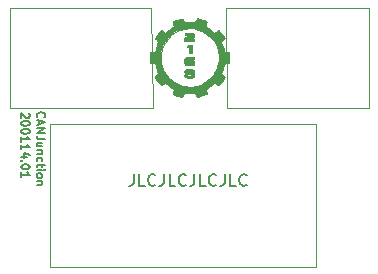
<source format=gbr>
G04 #@! TF.GenerationSoftware,KiCad,Pcbnew,(5.1.12)-1*
G04 #@! TF.CreationDate,2021-12-03T11:34:15-05:00*
G04 #@! TF.ProjectId,CANJunction,43414e4a-756e-4637-9469-6f6e2e6b6963,rev?*
G04 #@! TF.SameCoordinates,Original*
G04 #@! TF.FileFunction,Legend,Top*
G04 #@! TF.FilePolarity,Positive*
%FSLAX46Y46*%
G04 Gerber Fmt 4.6, Leading zero omitted, Abs format (unit mm)*
G04 Created by KiCad (PCBNEW (5.1.12)-1) date 2021-12-03 11:34:15*
%MOMM*%
%LPD*%
G01*
G04 APERTURE LIST*
%ADD10C,0.150000*%
%ADD11C,0.120000*%
%ADD12C,0.010000*%
G04 APERTURE END LIST*
D10*
X138780952Y-63852380D02*
X138780952Y-64566666D01*
X138733333Y-64709523D01*
X138638095Y-64804761D01*
X138495238Y-64852380D01*
X138400000Y-64852380D01*
X139733333Y-64852380D02*
X139257142Y-64852380D01*
X139257142Y-63852380D01*
X140638095Y-64757142D02*
X140590476Y-64804761D01*
X140447619Y-64852380D01*
X140352380Y-64852380D01*
X140209523Y-64804761D01*
X140114285Y-64709523D01*
X140066666Y-64614285D01*
X140019047Y-64423809D01*
X140019047Y-64280952D01*
X140066666Y-64090476D01*
X140114285Y-63995238D01*
X140209523Y-63900000D01*
X140352380Y-63852380D01*
X140447619Y-63852380D01*
X140590476Y-63900000D01*
X140638095Y-63947619D01*
X141352380Y-63852380D02*
X141352380Y-64566666D01*
X141304761Y-64709523D01*
X141209523Y-64804761D01*
X141066666Y-64852380D01*
X140971428Y-64852380D01*
X142304761Y-64852380D02*
X141828571Y-64852380D01*
X141828571Y-63852380D01*
X143209523Y-64757142D02*
X143161904Y-64804761D01*
X143019047Y-64852380D01*
X142923809Y-64852380D01*
X142780952Y-64804761D01*
X142685714Y-64709523D01*
X142638095Y-64614285D01*
X142590476Y-64423809D01*
X142590476Y-64280952D01*
X142638095Y-64090476D01*
X142685714Y-63995238D01*
X142780952Y-63900000D01*
X142923809Y-63852380D01*
X143019047Y-63852380D01*
X143161904Y-63900000D01*
X143209523Y-63947619D01*
X143923809Y-63852380D02*
X143923809Y-64566666D01*
X143876190Y-64709523D01*
X143780952Y-64804761D01*
X143638095Y-64852380D01*
X143542857Y-64852380D01*
X144876190Y-64852380D02*
X144400000Y-64852380D01*
X144400000Y-63852380D01*
X145780952Y-64757142D02*
X145733333Y-64804761D01*
X145590476Y-64852380D01*
X145495238Y-64852380D01*
X145352380Y-64804761D01*
X145257142Y-64709523D01*
X145209523Y-64614285D01*
X145161904Y-64423809D01*
X145161904Y-64280952D01*
X145209523Y-64090476D01*
X145257142Y-63995238D01*
X145352380Y-63900000D01*
X145495238Y-63852380D01*
X145590476Y-63852380D01*
X145733333Y-63900000D01*
X145780952Y-63947619D01*
X146495238Y-63852380D02*
X146495238Y-64566666D01*
X146447619Y-64709523D01*
X146352380Y-64804761D01*
X146209523Y-64852380D01*
X146114285Y-64852380D01*
X147447619Y-64852380D02*
X146971428Y-64852380D01*
X146971428Y-63852380D01*
X148352380Y-64757142D02*
X148304761Y-64804761D01*
X148161904Y-64852380D01*
X148066666Y-64852380D01*
X147923809Y-64804761D01*
X147828571Y-64709523D01*
X147780952Y-64614285D01*
X147733333Y-64423809D01*
X147733333Y-64280952D01*
X147780952Y-64090476D01*
X147828571Y-63995238D01*
X147923809Y-63900000D01*
X148066666Y-63852380D01*
X148161904Y-63852380D01*
X148304761Y-63900000D01*
X148352380Y-63947619D01*
X129916666Y-58700000D02*
X129950000Y-58733333D01*
X129983333Y-58800000D01*
X129983333Y-58966666D01*
X129950000Y-59033333D01*
X129916666Y-59066666D01*
X129850000Y-59100000D01*
X129783333Y-59100000D01*
X129683333Y-59066666D01*
X129283333Y-58666666D01*
X129283333Y-59100000D01*
X129983333Y-59533333D02*
X129983333Y-59600000D01*
X129950000Y-59666666D01*
X129916666Y-59700000D01*
X129850000Y-59733333D01*
X129716666Y-59766666D01*
X129550000Y-59766666D01*
X129416666Y-59733333D01*
X129350000Y-59700000D01*
X129316666Y-59666666D01*
X129283333Y-59600000D01*
X129283333Y-59533333D01*
X129316666Y-59466666D01*
X129350000Y-59433333D01*
X129416666Y-59400000D01*
X129550000Y-59366666D01*
X129716666Y-59366666D01*
X129850000Y-59400000D01*
X129916666Y-59433333D01*
X129950000Y-59466666D01*
X129983333Y-59533333D01*
X129983333Y-60200000D02*
X129983333Y-60266666D01*
X129950000Y-60333333D01*
X129916666Y-60366666D01*
X129850000Y-60400000D01*
X129716666Y-60433333D01*
X129550000Y-60433333D01*
X129416666Y-60400000D01*
X129350000Y-60366666D01*
X129316666Y-60333333D01*
X129283333Y-60266666D01*
X129283333Y-60200000D01*
X129316666Y-60133333D01*
X129350000Y-60100000D01*
X129416666Y-60066666D01*
X129550000Y-60033333D01*
X129716666Y-60033333D01*
X129850000Y-60066666D01*
X129916666Y-60100000D01*
X129950000Y-60133333D01*
X129983333Y-60200000D01*
X129283333Y-61100000D02*
X129283333Y-60700000D01*
X129283333Y-60900000D02*
X129983333Y-60900000D01*
X129883333Y-60833333D01*
X129816666Y-60766666D01*
X129783333Y-60700000D01*
X129283333Y-61766666D02*
X129283333Y-61366666D01*
X129283333Y-61566666D02*
X129983333Y-61566666D01*
X129883333Y-61500000D01*
X129816666Y-61433333D01*
X129783333Y-61366666D01*
X129750000Y-62366666D02*
X129283333Y-62366666D01*
X130016666Y-62200000D02*
X129516666Y-62033333D01*
X129516666Y-62466666D01*
X129350000Y-62733333D02*
X129316666Y-62766666D01*
X129283333Y-62733333D01*
X129316666Y-62700000D01*
X129350000Y-62733333D01*
X129283333Y-62733333D01*
X129983333Y-63200000D02*
X129983333Y-63266666D01*
X129950000Y-63333333D01*
X129916666Y-63366666D01*
X129850000Y-63400000D01*
X129716666Y-63433333D01*
X129550000Y-63433333D01*
X129416666Y-63400000D01*
X129350000Y-63366666D01*
X129316666Y-63333333D01*
X129283333Y-63266666D01*
X129283333Y-63200000D01*
X129316666Y-63133333D01*
X129350000Y-63100000D01*
X129416666Y-63066666D01*
X129550000Y-63033333D01*
X129716666Y-63033333D01*
X129850000Y-63066666D01*
X129916666Y-63100000D01*
X129950000Y-63133333D01*
X129983333Y-63200000D01*
X129283333Y-64100000D02*
X129283333Y-63700000D01*
X129283333Y-63900000D02*
X129983333Y-63900000D01*
X129883333Y-63833333D01*
X129816666Y-63766666D01*
X129783333Y-63700000D01*
X130650000Y-59050000D02*
X130616666Y-59016666D01*
X130583333Y-58916666D01*
X130583333Y-58850000D01*
X130616666Y-58750000D01*
X130683333Y-58683333D01*
X130750000Y-58650000D01*
X130883333Y-58616666D01*
X130983333Y-58616666D01*
X131116666Y-58650000D01*
X131183333Y-58683333D01*
X131250000Y-58750000D01*
X131283333Y-58850000D01*
X131283333Y-58916666D01*
X131250000Y-59016666D01*
X131216666Y-59050000D01*
X130783333Y-59316666D02*
X130783333Y-59650000D01*
X130583333Y-59250000D02*
X131283333Y-59483333D01*
X130583333Y-59716666D01*
X130583333Y-59950000D02*
X131283333Y-59950000D01*
X130583333Y-60350000D01*
X131283333Y-60350000D01*
X131283333Y-60883333D02*
X130783333Y-60883333D01*
X130683333Y-60850000D01*
X130616666Y-60783333D01*
X130583333Y-60683333D01*
X130583333Y-60616666D01*
X131050000Y-61516666D02*
X130583333Y-61516666D01*
X131050000Y-61216666D02*
X130683333Y-61216666D01*
X130616666Y-61250000D01*
X130583333Y-61316666D01*
X130583333Y-61416666D01*
X130616666Y-61483333D01*
X130650000Y-61516666D01*
X131050000Y-61850000D02*
X130583333Y-61850000D01*
X130983333Y-61850000D02*
X131016666Y-61883333D01*
X131050000Y-61950000D01*
X131050000Y-62050000D01*
X131016666Y-62116666D01*
X130950000Y-62150000D01*
X130583333Y-62150000D01*
X130616666Y-62783333D02*
X130583333Y-62716666D01*
X130583333Y-62583333D01*
X130616666Y-62516666D01*
X130650000Y-62483333D01*
X130716666Y-62450000D01*
X130916666Y-62450000D01*
X130983333Y-62483333D01*
X131016666Y-62516666D01*
X131050000Y-62583333D01*
X131050000Y-62716666D01*
X131016666Y-62783333D01*
X131050000Y-62983333D02*
X131050000Y-63250000D01*
X131283333Y-63083333D02*
X130683333Y-63083333D01*
X130616666Y-63116666D01*
X130583333Y-63183333D01*
X130583333Y-63250000D01*
X130583333Y-63483333D02*
X131050000Y-63483333D01*
X131283333Y-63483333D02*
X131250000Y-63450000D01*
X131216666Y-63483333D01*
X131250000Y-63516666D01*
X131283333Y-63483333D01*
X131216666Y-63483333D01*
X130583333Y-63916666D02*
X130616666Y-63850000D01*
X130650000Y-63816666D01*
X130716666Y-63783333D01*
X130916666Y-63783333D01*
X130983333Y-63816666D01*
X131016666Y-63850000D01*
X131050000Y-63916666D01*
X131050000Y-64016666D01*
X131016666Y-64083333D01*
X130983333Y-64116666D01*
X130916666Y-64150000D01*
X130716666Y-64150000D01*
X130650000Y-64116666D01*
X130616666Y-64083333D01*
X130583333Y-64016666D01*
X130583333Y-63916666D01*
X131050000Y-64450000D02*
X130583333Y-64450000D01*
X130983333Y-64450000D02*
X131016666Y-64483333D01*
X131050000Y-64550000D01*
X131050000Y-64650000D01*
X131016666Y-64716666D01*
X130950000Y-64750000D01*
X130583333Y-64750000D01*
D11*
X131750000Y-71700000D02*
X154250000Y-71700000D01*
X131750000Y-59600000D02*
X154250000Y-59600000D01*
X154250000Y-71700000D02*
X154250000Y-59600000D01*
X131750000Y-59700000D02*
X131750000Y-71700000D01*
X128300000Y-58250000D02*
X128300000Y-49750000D01*
X140300000Y-49750000D02*
X140400000Y-58250000D01*
X128300000Y-58250000D02*
X140400000Y-58250000D01*
X140300000Y-49750000D02*
X128300000Y-49750000D01*
X158700000Y-49750000D02*
X158700000Y-58250000D01*
X146700000Y-58250000D02*
X146600000Y-49750000D01*
X158700000Y-49750000D02*
X146600000Y-49750000D01*
X146700000Y-58250000D02*
X158700000Y-58250000D01*
D12*
G36*
X143636333Y-54977038D02*
G01*
X143771734Y-54991478D01*
X143857893Y-55016288D01*
X143870920Y-55026583D01*
X143896592Y-55102039D01*
X143910818Y-55229893D01*
X143913524Y-55379208D01*
X143904632Y-55519049D01*
X143884067Y-55618479D01*
X143872433Y-55640155D01*
X143801733Y-55673129D01*
X143674781Y-55691519D01*
X143518639Y-55695821D01*
X143360368Y-55686532D01*
X143227030Y-55664145D01*
X143145685Y-55629157D01*
X143143190Y-55626809D01*
X143088191Y-55534191D01*
X143082226Y-55442932D01*
X143306967Y-55442932D01*
X143312214Y-55490968D01*
X143317706Y-55496929D01*
X143381912Y-55518080D01*
X143489281Y-55522783D01*
X143599885Y-55510857D01*
X143644461Y-55498397D01*
X143694687Y-55461839D01*
X143672646Y-55427233D01*
X143590479Y-55403103D01*
X143500000Y-55397000D01*
X143373365Y-55409525D01*
X143306967Y-55442932D01*
X143082226Y-55442932D01*
X143081836Y-55436975D01*
X143122688Y-55373553D01*
X143145816Y-55331288D01*
X143122688Y-55299088D01*
X143081329Y-55206935D01*
X143082700Y-55185333D01*
X143330667Y-55185333D01*
X143368223Y-55211842D01*
X143462042Y-55226587D01*
X143500000Y-55227667D01*
X143606037Y-55218277D01*
X143665015Y-55194823D01*
X143669333Y-55185333D01*
X143631777Y-55158824D01*
X143537957Y-55144079D01*
X143500000Y-55143000D01*
X143393963Y-55152389D01*
X143334984Y-55175844D01*
X143330667Y-55185333D01*
X143082700Y-55185333D01*
X143088451Y-55094782D01*
X143127467Y-55024467D01*
X143197258Y-54996681D01*
X143322838Y-54979564D01*
X143477948Y-54973041D01*
X143636333Y-54977038D01*
G37*
X143636333Y-54977038D02*
X143771734Y-54991478D01*
X143857893Y-55016288D01*
X143870920Y-55026583D01*
X143896592Y-55102039D01*
X143910818Y-55229893D01*
X143913524Y-55379208D01*
X143904632Y-55519049D01*
X143884067Y-55618479D01*
X143872433Y-55640155D01*
X143801733Y-55673129D01*
X143674781Y-55691519D01*
X143518639Y-55695821D01*
X143360368Y-55686532D01*
X143227030Y-55664145D01*
X143145685Y-55629157D01*
X143143190Y-55626809D01*
X143088191Y-55534191D01*
X143082226Y-55442932D01*
X143306967Y-55442932D01*
X143312214Y-55490968D01*
X143317706Y-55496929D01*
X143381912Y-55518080D01*
X143489281Y-55522783D01*
X143599885Y-55510857D01*
X143644461Y-55498397D01*
X143694687Y-55461839D01*
X143672646Y-55427233D01*
X143590479Y-55403103D01*
X143500000Y-55397000D01*
X143373365Y-55409525D01*
X143306967Y-55442932D01*
X143082226Y-55442932D01*
X143081836Y-55436975D01*
X143122688Y-55373553D01*
X143145816Y-55331288D01*
X143122688Y-55299088D01*
X143081329Y-55206935D01*
X143082700Y-55185333D01*
X143330667Y-55185333D01*
X143368223Y-55211842D01*
X143462042Y-55226587D01*
X143500000Y-55227667D01*
X143606037Y-55218277D01*
X143665015Y-55194823D01*
X143669333Y-55185333D01*
X143631777Y-55158824D01*
X143537957Y-55144079D01*
X143500000Y-55143000D01*
X143393963Y-55152389D01*
X143334984Y-55175844D01*
X143330667Y-55185333D01*
X143082700Y-55185333D01*
X143088451Y-55094782D01*
X143127467Y-55024467D01*
X143197258Y-54996681D01*
X143322838Y-54979564D01*
X143477948Y-54973041D01*
X143636333Y-54977038D01*
G36*
X143724994Y-53916652D02*
G01*
X143819658Y-53924572D01*
X143865326Y-53945038D01*
X143879833Y-53983994D01*
X143881000Y-54021167D01*
X143876155Y-54077353D01*
X143849109Y-54109584D01*
X143781091Y-54125191D01*
X143653332Y-54131505D01*
X143595250Y-54132792D01*
X143309500Y-54138584D01*
X143578434Y-54169083D01*
X143731897Y-54194829D01*
X143842885Y-54229621D01*
X143884702Y-54258541D01*
X143918302Y-54364764D01*
X143914997Y-54487025D01*
X143876483Y-54579983D01*
X143872533Y-54584200D01*
X143805077Y-54609790D01*
X143680785Y-54626453D01*
X143527063Y-54633733D01*
X143371316Y-54631178D01*
X143240951Y-54618334D01*
X143165139Y-54595915D01*
X143125988Y-54531631D01*
X143099741Y-54423333D01*
X143330667Y-54423333D01*
X143368504Y-54448580D01*
X143464235Y-54463724D01*
X143521167Y-54465667D01*
X143634776Y-54457258D01*
X143702925Y-54435985D01*
X143711667Y-54423333D01*
X143673829Y-54398087D01*
X143578098Y-54382942D01*
X143521167Y-54381000D01*
X143407557Y-54389408D01*
X143339408Y-54410682D01*
X143330667Y-54423333D01*
X143099741Y-54423333D01*
X143095950Y-54407691D01*
X143086215Y-54326237D01*
X143080140Y-54181286D01*
X143096417Y-54089366D01*
X143141640Y-54020320D01*
X143156492Y-54004841D01*
X143217860Y-53957135D01*
X143298397Y-53929772D01*
X143421536Y-53917599D01*
X143563500Y-53915333D01*
X143724994Y-53916652D01*
G37*
X143724994Y-53916652D02*
X143819658Y-53924572D01*
X143865326Y-53945038D01*
X143879833Y-53983994D01*
X143881000Y-54021167D01*
X143876155Y-54077353D01*
X143849109Y-54109584D01*
X143781091Y-54125191D01*
X143653332Y-54131505D01*
X143595250Y-54132792D01*
X143309500Y-54138584D01*
X143578434Y-54169083D01*
X143731897Y-54194829D01*
X143842885Y-54229621D01*
X143884702Y-54258541D01*
X143918302Y-54364764D01*
X143914997Y-54487025D01*
X143876483Y-54579983D01*
X143872533Y-54584200D01*
X143805077Y-54609790D01*
X143680785Y-54626453D01*
X143527063Y-54633733D01*
X143371316Y-54631178D01*
X143240951Y-54618334D01*
X143165139Y-54595915D01*
X143125988Y-54531631D01*
X143099741Y-54423333D01*
X143330667Y-54423333D01*
X143368504Y-54448580D01*
X143464235Y-54463724D01*
X143521167Y-54465667D01*
X143634776Y-54457258D01*
X143702925Y-54435985D01*
X143711667Y-54423333D01*
X143673829Y-54398087D01*
X143578098Y-54382942D01*
X143521167Y-54381000D01*
X143407557Y-54389408D01*
X143339408Y-54410682D01*
X143330667Y-54423333D01*
X143099741Y-54423333D01*
X143095950Y-54407691D01*
X143086215Y-54326237D01*
X143080140Y-54181286D01*
X143096417Y-54089366D01*
X143141640Y-54020320D01*
X143156492Y-54004841D01*
X143217860Y-53957135D01*
X143298397Y-53929772D01*
X143421536Y-53917599D01*
X143563500Y-53915333D01*
X143724994Y-53916652D01*
G36*
X143711667Y-53619000D02*
G01*
X143457667Y-53619000D01*
X143457667Y-53365000D01*
X143454529Y-53223040D01*
X143440871Y-53146330D01*
X143410323Y-53115557D01*
X143373907Y-53111000D01*
X143317968Y-53101389D01*
X143317072Y-53056460D01*
X143338369Y-53005167D01*
X143389022Y-52932537D01*
X143471559Y-52903018D01*
X143549128Y-52899333D01*
X143711667Y-52899333D01*
X143711667Y-53619000D01*
G37*
X143711667Y-53619000D02*
X143457667Y-53619000D01*
X143457667Y-53365000D01*
X143454529Y-53223040D01*
X143440871Y-53146330D01*
X143410323Y-53115557D01*
X143373907Y-53111000D01*
X143317968Y-53101389D01*
X143317072Y-53056460D01*
X143338369Y-53005167D01*
X143389022Y-52932537D01*
X143471559Y-52903018D01*
X143549128Y-52899333D01*
X143711667Y-52899333D01*
X143711667Y-53619000D01*
G36*
X143672979Y-51888661D02*
G01*
X143805443Y-51909481D01*
X143881877Y-51953051D01*
X143916398Y-52026626D01*
X143923333Y-52116166D01*
X143900390Y-52249638D01*
X143824099Y-52325006D01*
X143683267Y-52352804D01*
X143671450Y-52353220D01*
X143534982Y-52366044D01*
X143416288Y-52391029D01*
X143415333Y-52391333D01*
X143384262Y-52409459D01*
X143427796Y-52421469D01*
X143550135Y-52428158D01*
X143616417Y-52429447D01*
X143775603Y-52433850D01*
X143867927Y-52445035D01*
X143911173Y-52468152D01*
X143923131Y-52508353D01*
X143923333Y-52518333D01*
X143917523Y-52556868D01*
X143889876Y-52581537D01*
X143825069Y-52595404D01*
X143707775Y-52601534D01*
X143522672Y-52602993D01*
X143500000Y-52603000D01*
X143076667Y-52603000D01*
X143077315Y-52465417D01*
X143089554Y-52336216D01*
X143135680Y-52256160D01*
X143232042Y-52211724D01*
X143394990Y-52189386D01*
X143412646Y-52188057D01*
X143552464Y-52172544D01*
X143655062Y-52151091D01*
X143693675Y-52132196D01*
X143672362Y-52105967D01*
X143571931Y-52091746D01*
X143397134Y-52089967D01*
X143277750Y-52094135D01*
X143173502Y-52092925D01*
X143128764Y-52065669D01*
X143119009Y-51996653D01*
X143119000Y-51992404D01*
X143122073Y-51939092D01*
X143142605Y-51906796D01*
X143197561Y-51890249D01*
X143303908Y-51884183D01*
X143470367Y-51883333D01*
X143672979Y-51888661D01*
G37*
X143672979Y-51888661D02*
X143805443Y-51909481D01*
X143881877Y-51953051D01*
X143916398Y-52026626D01*
X143923333Y-52116166D01*
X143900390Y-52249638D01*
X143824099Y-52325006D01*
X143683267Y-52352804D01*
X143671450Y-52353220D01*
X143534982Y-52366044D01*
X143416288Y-52391029D01*
X143415333Y-52391333D01*
X143384262Y-52409459D01*
X143427796Y-52421469D01*
X143550135Y-52428158D01*
X143616417Y-52429447D01*
X143775603Y-52433850D01*
X143867927Y-52445035D01*
X143911173Y-52468152D01*
X143923131Y-52508353D01*
X143923333Y-52518333D01*
X143917523Y-52556868D01*
X143889876Y-52581537D01*
X143825069Y-52595404D01*
X143707775Y-52601534D01*
X143522672Y-52602993D01*
X143500000Y-52603000D01*
X143076667Y-52603000D01*
X143077315Y-52465417D01*
X143089554Y-52336216D01*
X143135680Y-52256160D01*
X143232042Y-52211724D01*
X143394990Y-52189386D01*
X143412646Y-52188057D01*
X143552464Y-52172544D01*
X143655062Y-52151091D01*
X143693675Y-52132196D01*
X143672362Y-52105967D01*
X143571931Y-52091746D01*
X143397134Y-52089967D01*
X143277750Y-52094135D01*
X143173502Y-52092925D01*
X143128764Y-52065669D01*
X143119009Y-51996653D01*
X143119000Y-51992404D01*
X143122073Y-51939092D01*
X143142605Y-51906796D01*
X143197561Y-51890249D01*
X143303908Y-51884183D01*
X143470367Y-51883333D01*
X143672979Y-51888661D01*
G36*
X144195127Y-50673519D02*
G01*
X144301935Y-50701011D01*
X144453830Y-50745505D01*
X144578633Y-50784539D01*
X144766970Y-50844580D01*
X144887544Y-50890405D01*
X144951774Y-50937773D01*
X144971079Y-51002443D01*
X144956881Y-51100173D01*
X144920597Y-51246722D01*
X144918809Y-51253978D01*
X144915521Y-51319366D01*
X144952582Y-51377592D01*
X145044883Y-51447639D01*
X145096680Y-51480769D01*
X145248482Y-51584318D01*
X145400524Y-51701247D01*
X145458363Y-51750682D01*
X145617560Y-51893993D01*
X145785539Y-51782830D01*
X145890997Y-51717503D01*
X145967387Y-51678271D01*
X145986176Y-51673062D01*
X146023490Y-51705700D01*
X146097746Y-51792503D01*
X146196734Y-51918694D01*
X146268232Y-52014401D01*
X146517630Y-52354345D01*
X146357236Y-52518604D01*
X146196841Y-52682863D01*
X146282589Y-52886348D01*
X146345823Y-53057276D01*
X146403432Y-53246466D01*
X146420057Y-53312083D01*
X146471778Y-53534333D01*
X146844333Y-53534333D01*
X146844333Y-54465667D01*
X146674092Y-54465667D01*
X146556280Y-54475364D01*
X146493975Y-54513076D01*
X146469273Y-54560917D01*
X146439863Y-54644803D01*
X146392514Y-54782859D01*
X146336167Y-54948967D01*
X146320707Y-54994833D01*
X146206719Y-55333500D01*
X146356193Y-55464986D01*
X146444497Y-55548045D01*
X146498153Y-55608891D01*
X146505667Y-55624145D01*
X146482694Y-55664727D01*
X146422037Y-55755970D01*
X146336091Y-55880265D01*
X146237250Y-56020003D01*
X146137906Y-56157576D01*
X146050454Y-56275375D01*
X146013854Y-56322893D01*
X145973870Y-56312410D01*
X145884746Y-56268510D01*
X145813039Y-56228179D01*
X145624587Y-56117739D01*
X145419543Y-56288636D01*
X145278938Y-56398691D01*
X145135023Y-56500281D01*
X145054485Y-56550605D01*
X144949862Y-56625896D01*
X144914761Y-56689750D01*
X144916993Y-56700374D01*
X144938495Y-56779870D01*
X144961571Y-56897479D01*
X144964408Y-56914732D01*
X144989300Y-57070396D01*
X144615066Y-57191935D01*
X144446178Y-57247013D01*
X144306550Y-57292973D01*
X144216740Y-57323027D01*
X144197040Y-57329932D01*
X144158091Y-57304154D01*
X144109565Y-57220010D01*
X144087272Y-57165445D01*
X144021298Y-56984500D01*
X143063368Y-56984500D01*
X142997769Y-57164417D01*
X142954080Y-57270832D01*
X142919054Y-57332972D01*
X142909168Y-57339906D01*
X142861483Y-57325878D01*
X142751768Y-57291707D01*
X142598581Y-57243209D01*
X142489880Y-57208486D01*
X142093593Y-57081492D01*
X142119371Y-56920280D01*
X142142649Y-56797432D01*
X142166475Y-56704296D01*
X142169920Y-56694519D01*
X142156309Y-56633205D01*
X142065961Y-56564964D01*
X142032428Y-56546996D01*
X141909376Y-56471634D01*
X141763905Y-56365205D01*
X141668793Y-56286491D01*
X141467420Y-56108961D01*
X141273887Y-56222379D01*
X141164023Y-56283144D01*
X141088619Y-56318032D01*
X141068632Y-56321482D01*
X140999738Y-56232557D01*
X140909608Y-56109890D01*
X140810862Y-55971522D01*
X140716119Y-55835491D01*
X140637997Y-55719838D01*
X140589115Y-55642602D01*
X140578998Y-55621503D01*
X140608780Y-55576584D01*
X140684467Y-55500799D01*
X140735161Y-55456387D01*
X140891327Y-55325275D01*
X140803828Y-55117721D01*
X140739351Y-54943791D01*
X140681039Y-54752729D01*
X140664609Y-54687917D01*
X140612888Y-54465667D01*
X140198000Y-54465667D01*
X140198000Y-54120904D01*
X141085618Y-54120904D01*
X141136227Y-54532473D01*
X141154106Y-54607723D01*
X141302915Y-55019570D01*
X141523583Y-55397093D01*
X141807240Y-55731497D01*
X142145019Y-56013986D01*
X142528051Y-56235764D01*
X142947469Y-56388034D01*
X142949667Y-56388612D01*
X143185601Y-56430394D01*
X143466361Y-56449601D01*
X143754986Y-56445547D01*
X144014512Y-56417547D01*
X144058833Y-56409186D01*
X144455861Y-56285990D01*
X144832976Y-56089124D01*
X145176270Y-55829371D01*
X145471837Y-55517513D01*
X145705769Y-55164334D01*
X145733552Y-55110721D01*
X145861227Y-54826006D01*
X145942765Y-54562146D01*
X145984336Y-54288706D01*
X145992113Y-53975253D01*
X145988195Y-53855058D01*
X145938216Y-53423440D01*
X145824095Y-53037105D01*
X145639758Y-52682435D01*
X145379132Y-52345812D01*
X145259083Y-52220048D01*
X144958990Y-51972953D01*
X144606028Y-51768548D01*
X144222751Y-51616205D01*
X143831710Y-51525295D01*
X143533535Y-51503068D01*
X143115610Y-51545688D01*
X142706236Y-51664770D01*
X142318318Y-51852224D01*
X141964762Y-52099958D01*
X141658473Y-52399881D01*
X141412355Y-52743900D01*
X141340388Y-52878167D01*
X141190169Y-53270818D01*
X141104422Y-53692708D01*
X141085618Y-54120904D01*
X140198000Y-54120904D01*
X140198000Y-53538972D01*
X140399083Y-53526069D01*
X140521548Y-53514257D01*
X140588108Y-53484185D01*
X140627407Y-53413106D01*
X140655221Y-53322667D01*
X140704094Y-53168658D01*
X140766744Y-52990308D01*
X140799628Y-52903218D01*
X140888981Y-52674270D01*
X140733990Y-52532232D01*
X140644647Y-52446017D01*
X140588639Y-52383624D01*
X140579000Y-52366631D01*
X140602718Y-52319407D01*
X140664955Y-52225352D01*
X140752333Y-52102385D01*
X140851475Y-51968424D01*
X140949001Y-51841386D01*
X141031535Y-51739190D01*
X141085699Y-51679753D01*
X141097869Y-51671667D01*
X141150147Y-51693258D01*
X141244849Y-51748022D01*
X141299127Y-51782830D01*
X141467106Y-51893993D01*
X141631611Y-51745372D01*
X141772899Y-51630801D01*
X141934905Y-51517348D01*
X141994329Y-51480591D01*
X142123341Y-51391300D01*
X142171079Y-51322042D01*
X142168846Y-51302681D01*
X142146784Y-51221641D01*
X142123028Y-51101760D01*
X142119228Y-51078825D01*
X142093307Y-50916719D01*
X142489737Y-50789252D01*
X142685385Y-50728819D01*
X142817510Y-50699154D01*
X142902508Y-50703071D01*
X142956777Y-50743387D01*
X142996712Y-50822917D01*
X143016943Y-50879782D01*
X143063054Y-51015500D01*
X144020646Y-51015500D01*
X144078170Y-50849348D01*
X144117395Y-50742411D01*
X144145924Y-50675923D01*
X144151047Y-50667842D01*
X144195127Y-50673519D01*
G37*
X144195127Y-50673519D02*
X144301935Y-50701011D01*
X144453830Y-50745505D01*
X144578633Y-50784539D01*
X144766970Y-50844580D01*
X144887544Y-50890405D01*
X144951774Y-50937773D01*
X144971079Y-51002443D01*
X144956881Y-51100173D01*
X144920597Y-51246722D01*
X144918809Y-51253978D01*
X144915521Y-51319366D01*
X144952582Y-51377592D01*
X145044883Y-51447639D01*
X145096680Y-51480769D01*
X145248482Y-51584318D01*
X145400524Y-51701247D01*
X145458363Y-51750682D01*
X145617560Y-51893993D01*
X145785539Y-51782830D01*
X145890997Y-51717503D01*
X145967387Y-51678271D01*
X145986176Y-51673062D01*
X146023490Y-51705700D01*
X146097746Y-51792503D01*
X146196734Y-51918694D01*
X146268232Y-52014401D01*
X146517630Y-52354345D01*
X146357236Y-52518604D01*
X146196841Y-52682863D01*
X146282589Y-52886348D01*
X146345823Y-53057276D01*
X146403432Y-53246466D01*
X146420057Y-53312083D01*
X146471778Y-53534333D01*
X146844333Y-53534333D01*
X146844333Y-54465667D01*
X146674092Y-54465667D01*
X146556280Y-54475364D01*
X146493975Y-54513076D01*
X146469273Y-54560917D01*
X146439863Y-54644803D01*
X146392514Y-54782859D01*
X146336167Y-54948967D01*
X146320707Y-54994833D01*
X146206719Y-55333500D01*
X146356193Y-55464986D01*
X146444497Y-55548045D01*
X146498153Y-55608891D01*
X146505667Y-55624145D01*
X146482694Y-55664727D01*
X146422037Y-55755970D01*
X146336091Y-55880265D01*
X146237250Y-56020003D01*
X146137906Y-56157576D01*
X146050454Y-56275375D01*
X146013854Y-56322893D01*
X145973870Y-56312410D01*
X145884746Y-56268510D01*
X145813039Y-56228179D01*
X145624587Y-56117739D01*
X145419543Y-56288636D01*
X145278938Y-56398691D01*
X145135023Y-56500281D01*
X145054485Y-56550605D01*
X144949862Y-56625896D01*
X144914761Y-56689750D01*
X144916993Y-56700374D01*
X144938495Y-56779870D01*
X144961571Y-56897479D01*
X144964408Y-56914732D01*
X144989300Y-57070396D01*
X144615066Y-57191935D01*
X144446178Y-57247013D01*
X144306550Y-57292973D01*
X144216740Y-57323027D01*
X144197040Y-57329932D01*
X144158091Y-57304154D01*
X144109565Y-57220010D01*
X144087272Y-57165445D01*
X144021298Y-56984500D01*
X143063368Y-56984500D01*
X142997769Y-57164417D01*
X142954080Y-57270832D01*
X142919054Y-57332972D01*
X142909168Y-57339906D01*
X142861483Y-57325878D01*
X142751768Y-57291707D01*
X142598581Y-57243209D01*
X142489880Y-57208486D01*
X142093593Y-57081492D01*
X142119371Y-56920280D01*
X142142649Y-56797432D01*
X142166475Y-56704296D01*
X142169920Y-56694519D01*
X142156309Y-56633205D01*
X142065961Y-56564964D01*
X142032428Y-56546996D01*
X141909376Y-56471634D01*
X141763905Y-56365205D01*
X141668793Y-56286491D01*
X141467420Y-56108961D01*
X141273887Y-56222379D01*
X141164023Y-56283144D01*
X141088619Y-56318032D01*
X141068632Y-56321482D01*
X140999738Y-56232557D01*
X140909608Y-56109890D01*
X140810862Y-55971522D01*
X140716119Y-55835491D01*
X140637997Y-55719838D01*
X140589115Y-55642602D01*
X140578998Y-55621503D01*
X140608780Y-55576584D01*
X140684467Y-55500799D01*
X140735161Y-55456387D01*
X140891327Y-55325275D01*
X140803828Y-55117721D01*
X140739351Y-54943791D01*
X140681039Y-54752729D01*
X140664609Y-54687917D01*
X140612888Y-54465667D01*
X140198000Y-54465667D01*
X140198000Y-54120904D01*
X141085618Y-54120904D01*
X141136227Y-54532473D01*
X141154106Y-54607723D01*
X141302915Y-55019570D01*
X141523583Y-55397093D01*
X141807240Y-55731497D01*
X142145019Y-56013986D01*
X142528051Y-56235764D01*
X142947469Y-56388034D01*
X142949667Y-56388612D01*
X143185601Y-56430394D01*
X143466361Y-56449601D01*
X143754986Y-56445547D01*
X144014512Y-56417547D01*
X144058833Y-56409186D01*
X144455861Y-56285990D01*
X144832976Y-56089124D01*
X145176270Y-55829371D01*
X145471837Y-55517513D01*
X145705769Y-55164334D01*
X145733552Y-55110721D01*
X145861227Y-54826006D01*
X145942765Y-54562146D01*
X145984336Y-54288706D01*
X145992113Y-53975253D01*
X145988195Y-53855058D01*
X145938216Y-53423440D01*
X145824095Y-53037105D01*
X145639758Y-52682435D01*
X145379132Y-52345812D01*
X145259083Y-52220048D01*
X144958990Y-51972953D01*
X144606028Y-51768548D01*
X144222751Y-51616205D01*
X143831710Y-51525295D01*
X143533535Y-51503068D01*
X143115610Y-51545688D01*
X142706236Y-51664770D01*
X142318318Y-51852224D01*
X141964762Y-52099958D01*
X141658473Y-52399881D01*
X141412355Y-52743900D01*
X141340388Y-52878167D01*
X141190169Y-53270818D01*
X141104422Y-53692708D01*
X141085618Y-54120904D01*
X140198000Y-54120904D01*
X140198000Y-53538972D01*
X140399083Y-53526069D01*
X140521548Y-53514257D01*
X140588108Y-53484185D01*
X140627407Y-53413106D01*
X140655221Y-53322667D01*
X140704094Y-53168658D01*
X140766744Y-52990308D01*
X140799628Y-52903218D01*
X140888981Y-52674270D01*
X140733990Y-52532232D01*
X140644647Y-52446017D01*
X140588639Y-52383624D01*
X140579000Y-52366631D01*
X140602718Y-52319407D01*
X140664955Y-52225352D01*
X140752333Y-52102385D01*
X140851475Y-51968424D01*
X140949001Y-51841386D01*
X141031535Y-51739190D01*
X141085699Y-51679753D01*
X141097869Y-51671667D01*
X141150147Y-51693258D01*
X141244849Y-51748022D01*
X141299127Y-51782830D01*
X141467106Y-51893993D01*
X141631611Y-51745372D01*
X141772899Y-51630801D01*
X141934905Y-51517348D01*
X141994329Y-51480591D01*
X142123341Y-51391300D01*
X142171079Y-51322042D01*
X142168846Y-51302681D01*
X142146784Y-51221641D01*
X142123028Y-51101760D01*
X142119228Y-51078825D01*
X142093307Y-50916719D01*
X142489737Y-50789252D01*
X142685385Y-50728819D01*
X142817510Y-50699154D01*
X142902508Y-50703071D01*
X142956777Y-50743387D01*
X142996712Y-50822917D01*
X143016943Y-50879782D01*
X143063054Y-51015500D01*
X144020646Y-51015500D01*
X144078170Y-50849348D01*
X144117395Y-50742411D01*
X144145924Y-50675923D01*
X144151047Y-50667842D01*
X144195127Y-50673519D01*
M02*

</source>
